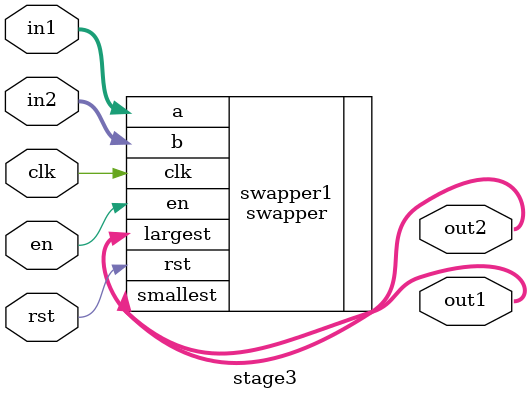
<source format=v>

module stage3#(parameter width = 8)
(
	input clk,rst,en,
	input [width-1:0]in1,in2,
	output [width-1:0]out1,out2
);

swapper #(.width(width))swapper1
(
	.en(en),
	.clk(clk),
	.rst(rst),
	.a(in1),
	.b(in2),
	
	.smallest(out1),
	.largest(out2)
); 
endmodule
</source>
